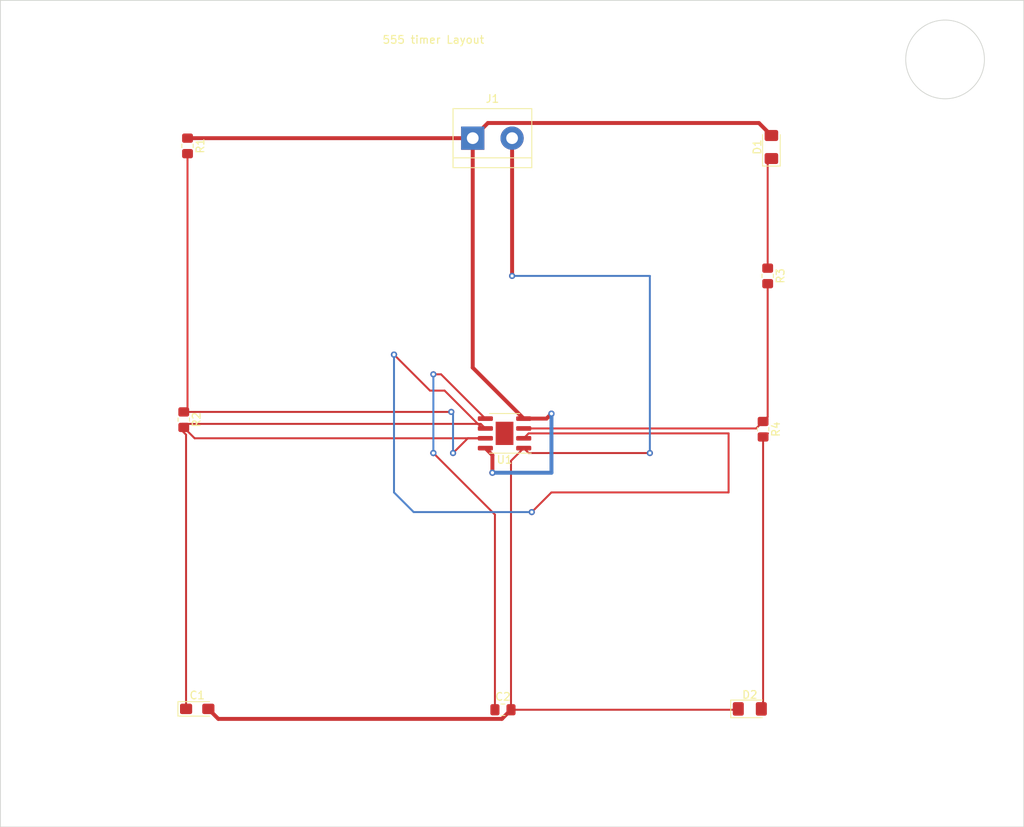
<source format=kicad_pcb>
(kicad_pcb (version 20211014) (generator pcbnew)
  (layers (0 "F.Cu" signal) (31 "B.Cu" signal) (34 "B.Paste" user) (35 "F.Paste" user) (36 "B.SilkS" user "B.Silkscreen") (37 "F.SilkS" user "F.Silkscreen") (38 "B.Mask" user) (39 "F.Mask" user) (44 "Edge.Cuts" user))
  (net 0 "")
  (net 1 "/pin_2")
  (net 2 "GND")
  (net 3 "Net-(C2-Pad1)")
  (net 4 "Net-(D1-Pad1)")
  (net 5 "+9V")
  (net 6 "Net-(D2-Pad2)")
  (net 7 "/pin_7")
  (net 8 "/pin_3")
  (footprint "Resistor_SMD:R_0805_2012Metric_Pad1.20x1.40mm_HandSolder" (layer "F.Cu") (at 175.225 58.42 -90)
    (fp_text reference "R3" (at 0 -1.65 90) (layer "F.SilkS"))
    (fp_text value "1 k")
    (fp_line (start -0.227064 0.735) (end 0.227064 0.735) (layer "F.SilkS") (width 0.12))
    (fp_line (start -0.227064 -0.735) (end 0.227064 -0.735) (layer "F.SilkS") (width 0.12))
    (pad "1" smd roundrect (at -1 0 270) (size 1.2 1.4) (layers "F.Cu" "F.Paste" "F.Mask") (roundrect_rratio 0.2083333333) (net 4 "Net-(D1-Pad1)"))
    (pad "2" smd roundrect (at 1 0 270) (size 1.2 1.4) (layers "F.Cu" "F.Paste" "F.Mask") (roundrect_rratio 0.2083333333) (net 8 "/pin_3"))
  )
  (footprint "Resistor_SMD:R_0805_2012Metric_Pad1.20x1.40mm_HandSolder" (layer "F.Cu") (at 100.35 41.64 -90)
    (fp_text reference "R1" (at 0 -1.65 90) (layer "F.SilkS"))
    (fp_text value "1 k")
    (fp_line (start -0.227064 0.735) (end 0.227064 0.735) (layer "F.SilkS") (width 0.12))
    (fp_line (start -0.227064 -0.735) (end 0.227064 -0.735) (layer "F.SilkS") (width 0.12))
    (pad "1" smd roundrect (at -1 0 270) (size 1.2 1.4) (layers "F.Cu" "F.Paste" "F.Mask") (roundrect_rratio 0.2083333333) (net 5 "+9V"))
    (pad "2" smd roundrect (at 1 0 270) (size 1.2 1.4) (layers "F.Cu" "F.Paste" "F.Mask") (roundrect_rratio 0.2083333333) (net 7 "/pin_7"))
  )
  (footprint "Resistor_SMD:R_0805_2012Metric_Pad1.20x1.40mm_HandSolder" (layer "F.Cu") (at 99.865 76.971192 -90)
    (fp_text reference "R2" (at 0 -1.65 90) (layer "F.SilkS"))
    (fp_text value "10 k")
    (fp_line (start -0.227064 0.735) (end 0.227064 0.735) (layer "F.SilkS") (width 0.12))
    (fp_line (start -0.227064 -0.735) (end 0.227064 -0.735) (layer "F.SilkS") (width 0.12))
    (pad "1" smd roundrect (at -1 0 270) (size 1.2 1.4) (layers "F.Cu" "F.Paste" "F.Mask") (roundrect_rratio 0.2083333333) (net 7 "/pin_7"))
    (pad "2" smd roundrect (at 1 0 270) (size 1.2 1.4) (layers "F.Cu" "F.Paste" "F.Mask") (roundrect_rratio 0.2083333333) (net 1 "/pin_2"))
  )
  (footprint "TerminalBlock:TerminalBlock_bornier-2_P5.08mm" (layer "F.Cu") (at 137.16 40.64)
    (fp_text reference "J1" (at 2.54 -5.08) (layer "F.SilkS"))
    (fp_text value "Conn_01x02_Male")
    (fp_line (start 7.62 2.54) (end -2.54 2.54) (layer "F.SilkS") (width 0.12))
    (fp_line (start -2.54 3.81) (end 7.62 3.81) (layer "F.SilkS") (width 0.12))
    (fp_line (start 7.62 3.81) (end 7.62 -3.81) (layer "F.SilkS") (width 0.12))
    (fp_line (start -2.54 -3.81) (end -2.54 3.81) (layer "F.SilkS") (width 0.12))
    (fp_line (start 7.62 -3.81) (end -2.54 -3.81) (layer "F.SilkS") (width 0.12))
    (pad "1" thru_hole rect (at 0 0) (size 3 3) (drill 1.52) (layers *.Cu *.Mask) (net 5 "+9V"))
    (pad "2" thru_hole circle (at 5.08 0) (size 3 3) (drill 1.52) (layers *.Cu *.Mask) (net 2 "GND"))
  )
  (footprint "Resistor_SMD:R_0805_2012Metric_Pad1.20x1.40mm_HandSolder" (layer "F.Cu") (at 174.635 78.204128 -90)
    (fp_text reference "R4" (at 0 -1.65 90) (layer "F.SilkS"))
    (fp_text value "1 k")
    (fp_line (start -0.227064 -0.735) (end 0.227064 -0.735) (layer "F.SilkS") (width 0.12))
    (fp_line (start -0.227064 0.735) (end 0.227064 0.735) (layer "F.SilkS") (width 0.12))
    (pad "1" smd roundrect (at -1 0 270) (size 1.2 1.4) (layers "F.Cu" "F.Paste" "F.Mask") (roundrect_rratio 0.2083333333) (net 8 "/pin_3"))
    (pad "2" smd roundrect (at 1 0 270) (size 1.2 1.4) (layers "F.Cu" "F.Paste" "F.Mask") (roundrect_rratio 0.2083333333) (net 6 "Net-(D2-Pad2)"))
  )
  (footprint "LED_SMD:LED_1206_3216Metric_Pad1.42x1.75mm_HandSolder" (layer "F.Cu") (at 175.7075 41.785 90)
    (fp_text reference "D1" (at 0 -1.82 90) (layer "F.SilkS"))
    (fp_text value "LED")
    (fp_line (start 1.6 -1.135) (end -2.46 -1.135) (layer "F.SilkS") (width 0.12))
    (fp_line (start -2.46 -1.135) (end -2.46 1.135) (layer "F.SilkS") (width 0.12))
    (fp_line (start -2.46 1.135) (end 1.6 1.135) (layer "F.SilkS") (width 0.12))
    (pad "1" smd roundrect (at -1.4875 0 90) (size 1.425 1.75) (layers "F.Cu" "F.Paste" "F.Mask") (roundrect_rratio 0.1754392982) (net 4 "Net-(D1-Pad1)"))
    (pad "2" smd roundrect (at 1.4875 0 90) (size 1.425 1.75) (layers "F.Cu" "F.Paste" "F.Mask") (roundrect_rratio 0.1754392982) (net 5 "+9V"))
  )
  (footprint "Capacitor_Tantalum_SMD:CP_EIA-3216-18_Kemet-A_Pad1.58x1.35mm_HandSolder" (layer "F.Cu") (at 101.6 114.3)
    (fp_text reference "C1" (at 0 -1.75) (layer "F.SilkS"))
    (fp_text value "10 µF")
    (fp_line (start -2.485 -0.935) (end -2.485 0.935) (layer "F.SilkS") (width 0.12))
    (fp_line (start 1.6 -0.935) (end -2.485 -0.935) (layer "F.SilkS") (width 0.12))
    (fp_line (start -2.485 0.935) (end 1.6 0.935) (layer "F.SilkS") (width 0.12))
    (pad "1" smd roundrect (at -1.4375 0) (size 1.575 1.35) (layers "F.Cu" "F.Paste" "F.Mask") (roundrect_rratio 0.1851851852) (net 1 "/pin_2"))
    (pad "2" smd roundrect (at 1.4375 0) (size 1.575 1.35) (layers "F.Cu" "F.Paste" "F.Mask") (roundrect_rratio 0.1851851852) (net 2 "GND"))
  )
  (footprint "LED_SMD:LED_1206_3216Metric_Pad1.42x1.75mm_HandSolder" (layer "F.Cu") (at 172.92 114.3)
    (fp_text reference "D2" (at 0 -1.82) (layer "F.SilkS"))
    (fp_text value "LED")
    (fp_line (start 1.6 -1.135) (end -2.46 -1.135) (layer "F.SilkS") (width 0.12))
    (fp_line (start -2.46 -1.135) (end -2.46 1.135) (layer "F.SilkS") (width 0.12))
    (fp_line (start -2.46 1.135) (end 1.6 1.135) (layer "F.SilkS") (width 0.12))
    (pad "1" smd roundrect (at -1.4875 0) (size 1.425 1.75) (layers "F.Cu" "F.Paste" "F.Mask") (roundrect_rratio 0.1754392982) (net 2 "GND"))
    (pad "2" smd roundrect (at 1.4875 0) (size 1.425 1.75) (layers "F.Cu" "F.Paste" "F.Mask") (roundrect_rratio 0.1754392982) (net 6 "Net-(D2-Pad2)"))
  )
  (footprint "Capacitor_SMD:C_0805_2012Metric_Pad1.18x1.45mm_HandSolder" (layer "F.Cu") (at 141.0625 114.41)
    (fp_text reference "C2" (at 0 -1.68) (layer "F.SilkS"))
    (fp_text value ".01 µF")
    (fp_line (start -0.261252 -0.735) (end 0.261252 -0.735) (layer "F.SilkS") (width 0.12))
    (fp_line (start -0.261252 0.735) (end 0.261252 0.735) (layer "F.SilkS") (width 0.12))
    (pad "1" smd roundrect (at -1.0375 0) (size 1.175 1.45) (layers "F.Cu" "F.Paste" "F.Mask") (roundrect_rratio 0.2127659574) (net 3 "Net-(C2-Pad1)"))
    (pad "2" smd roundrect (at 1.0375 0) (size 1.175 1.45) (layers "F.Cu" "F.Paste" "F.Mask") (roundrect_rratio 0.2127659574) (net 2 "GND"))
  )
  (footprint "Package_SO:SOIC-8-1EP_3.9x4.9mm_P1.27mm_EP2.29x3mm" (layer "F.Cu") (at 141.265 78.74 180)
    (fp_text reference "U1" (at 0 -3.4) (layer "F.SilkS"))
    (fp_text value "NE555D")
    (fp_line (start 0 2.56) (end 1.95 2.56) (layer "F.SilkS") (width 0.12))
    (fp_line (start 0 -2.56) (end 1.95 -2.56) (layer "F.SilkS") (width 0.12))
    (fp_line (start 0 2.56) (end -1.95 2.56) (layer "F.SilkS") (width 0.12))
    (fp_line (start 0 -2.56) (end -3.45 -2.56) (layer "F.SilkS") (width 0.12))
    (pad "1" smd roundrect (at -2.475 -1.905 180) (size 1.95 0.6) (layers "F.Cu" "F.Paste" "F.Mask") (net 2 "GND"))
    (pad "2" smd roundrect (at -2.475 -0.635 180) (size 1.95 0.6) (layers "F.Cu" "F.Paste" "F.Mask") (net 1 "/pin_2"))
    (pad "3" smd roundrect (at -2.475 0.635 180) (size 1.95 0.6) (layers "F.Cu" "F.Paste" "F.Mask") (net 8 "/pin_3"))
    (pad "4" smd roundrect (at -2.475 1.905 180) (size 1.95 0.6) (layers "F.Cu" "F.Paste" "F.Mask") (net 5 "+9V"))
    (pad "5" smd roundrect (at 2.475 1.905 180) (size 1.95 0.6) (layers "F.Cu" "F.Paste" "F.Mask") (net 3 "Net-(C2-Pad1)"))
    (pad "6" smd roundrect (at 2.475 0.635 180) (size 1.95 0.6) (layers "F.Cu" "F.Paste" "F.Mask") (net 1 "/pin_2"))
    (pad "7" smd roundrect (at 2.475 -0.635 180) (size 1.95 0.6) (layers "F.Cu" "F.Paste" "F.Mask") (net 7 "/pin_7"))
    (pad "8" smd roundrect (at 2.475 -1.905 180) (size 1.95 0.6) (layers "F.Cu" "F.Paste" "F.Mask") (net 5 "+9V"))
    (pad "9" smd rect (at 0 0 180) (size 2.29 3) (layers "F.Cu" "F.Mask"))
  )
  (gr_circle (center 198.12 30.48) (end 198.12 35.56) (layer "Edge.Cuts") (width 0.1) (fill none))
  (gr_rect (start 76.2 22.86) (end 208.28 129.54) (layer "Edge.Cuts") (width 0.1) (fill none))
  (gr_text "555 timer Layout" (at 132.08 27.94) (layer "F.SilkS") (effects (font (size 1 1))))
  (segment (start 100.1625 114.3) (end 100.1625 78.910744) (width 0.254) (layer "F.Cu") (net 1))
  (segment (start 133.526474 73.221054) (end 131.641054 73.221054) (width 0.254) (layer "F.Cu") (net 1))
  (segment (start 99.676948 77.517192) (end 138.202192 77.517192) (width 0.254) (layer "F.Cu") (net 1))
  (segment (start 138.79 78.105) (end 138.41042 78.105) (width 0.254) (layer "F.Cu") (net 1))
  (segment (start 99.411 78.159244) (end 99.411 77.78314) (width 0.254) (layer "F.Cu") (net 1))
  (segment (start 147.32 86.36) (end 170.18 86.36) (width 0.254) (layer "F.Cu") (net 1))
  (segment (start 99.411 77.78314) (end 99.676948 77.517192) (width 0.254) (layer "F.Cu") (net 1))
  (segment (start 138.202192 77.517192) (end 138.79 78.105) (width 0.254) (layer "F.Cu") (net 1))
  (segment (start 144.375 78.74) (end 143.74 79.375) (width 0.254) (layer "F.Cu") (net 1))
  (segment (start 170.18 78.74) (end 144.375 78.74) (width 0.254) (layer "F.Cu") (net 1))
  (segment (start 170.18 86.36) (end 170.18 78.74) (width 0.254) (layer "F.Cu") (net 1))
  (segment (start 138.41042 78.105) (end 133.526474 73.221054) (width 0.254) (layer "F.Cu") (net 1))
  (segment (start 144.78 88.9) (end 147.32 86.36) (width 0.254) (layer "F.Cu") (net 1))
  (segment (start 100.1625 78.910744) (end 99.411 78.159244) (width 0.254) (layer "F.Cu") (net 1))
  (segment (start 131.641054 73.221054) (end 127 68.58) (width 0.254) (layer "F.Cu") (net 1))
  (via (at 127 68.58) (size 0.8) (drill 0.4) (layers "F.Cu" "B.Cu") (net 1))
  (via (at 127 68.58) (size 0.8) (drill 0.4) (layers "F.Cu" "B.Cu") (net 1))
  (via (at 144.78 88.9) (size 0.8) (drill 0.4) (layers "F.Cu" "B.Cu") (net 1))
  (segment (start 127 68.58) (end 127 86.36) (width 0.254) (layer "B.Cu") (net 1))
  (segment (start 129.54 88.9) (end 144.78 88.9) (width 0.254) (layer "B.Cu") (net 1))
  (segment (start 127 86.36) (end 129.54 88.9) (width 0.254) (layer "B.Cu") (net 1))
  (segment (start 142.1 82.285) (end 143.74 80.645) (width 0.254) (layer "F.Cu") (net 2))
  (segment (start 142.24 40.64) (end 142.24 58.42) (width 0.508) (layer "F.Cu") (net 2))
  (segment (start 142.1 114.41) (end 142.1 82.285) (width 0.254) (layer "F.Cu") (net 2))
  (segment (start 103.0375 114.3) (end 104.3265 115.589) (width 0.508) (layer "F.Cu") (net 2))
  (segment (start 160.02 81.28) (end 144.375 81.28) (width 0.254) (layer "F.Cu") (net 2))
  (segment (start 142.1 114.41) (end 171.3225 114.41) (width 0.254) (layer "F.Cu") (net 2))
  (segment (start 171.3225 114.41) (end 171.4325 114.3) (width 0.254) (layer "F.Cu") (net 2))
  (segment (start 140.921 115.589) (end 142.1 114.41) (width 0.508) (layer "F.Cu") (net 2))
  (segment (start 144.375 81.28) (end 143.74 80.645) (width 0.254) (layer "F.Cu") (net 2))
  (segment (start 104.3265 115.589) (end 140.921 115.589) (width 0.508) (layer "F.Cu") (net 2))
  (via (at 142.24 58.42) (size 0.8) (drill 0.4) (layers "F.Cu" "B.Cu") (net 2))
  (via (at 160.02 81.28) (size 0.8) (drill 0.4) (layers "F.Cu" "B.Cu") (net 2))
  (segment (start 142.24 58.42) (end 160.02 58.42) (width 0.254) (layer "B.Cu") (net 2))
  (segment (start 160.02 58.42) (end 160.02 81.28) (width 0.254) (layer "B.Cu") (net 2))
  (segment (start 133.075 71.12) (end 138.79 76.835) (width 0.254) (layer "F.Cu") (net 3))
  (segment (start 132.08 71.12) (end 133.075 71.12) (width 0.254) (layer "F.Cu") (net 3))
  (segment (start 140.025 89.225) (end 132.08 81.28) (width 0.254) (layer "F.Cu") (net 3))
  (segment (start 140.025 114.41) (end 140.025 89.225) (width 0.254) (layer "F.Cu") (net 3))
  (via (at 132.08 81.28) (size 0.8) (drill 0.4) (layers "F.Cu" "B.Cu") (net 3))
  (via (at 132.08 81.28) (size 0.8) (drill 0.4) (layers "F.Cu" "B.Cu") (net 3))
  (via (at 132.08 71.12) (size 0.8) (drill 0.4) (layers "F.Cu" "B.Cu") (net 3))
  (segment (start 132.08 81.28) (end 132.08 71.12) (width 0.254) (layer "B.Cu") (net 3))
  (segment (start 175.225 43.755) (end 175.7075 43.2725) (width 0.25) (layer "F.Cu") (net 4))
  (segment (start 175.225 57.42) (end 175.225 43.755) (width 0.25) (layer "F.Cu") (net 4))
  (segment (start 139.7 81.555) (end 138.79 80.645) (width 0.508) (layer "F.Cu") (net 5))
  (segment (start 175.7075 40.2975) (end 174.096 38.686) (width 0.508) (layer "F.Cu") (net 5))
  (segment (start 174.096 38.686) (end 139.114 38.686) (width 0.508) (layer "F.Cu") (net 5))
  (segment (start 146.685 76.835) (end 147.32 76.2) (width 0.508) (layer "F.Cu") (net 5))
  (segment (start 137.16 70.255) (end 143.74 76.835) (width 0.508) (layer "F.Cu") (net 5))
  (segment (start 100.35 40.64) (end 137.16 40.64) (width 0.508) (layer "F.Cu") (net 5))
  (segment (start 137.16 40.64) (end 137.16 70.255) (width 0.508) (layer "F.Cu") (net 5))
  (segment (start 139.7 83.82) (end 139.7 81.555) (width 0.508) (layer "F.Cu") (net 5))
  (segment (start 139.114 38.686) (end 137.16 40.64) (width 0.508) (layer "F.Cu") (net 5))
  (segment (start 143.74 76.835) (end 146.685 76.835) (width 0.508) (layer "F.Cu") (net 5))
  (via (at 139.7 83.82) (size 0.8) (drill 0.4) (layers "F.Cu" "B.Cu") (net 5))
  (via (at 147.32 76.2) (size 0.8) (drill 0.4) (layers "F.Cu" "B.Cu") (net 5))
  (via (at 147.32 76.2) (size 0.8) (drill 0.4) (layers "F.Cu" "B.Cu") (net 5))
  (via (at 139.7 83.82) (size 0.8) (drill 0.4) (layers "F.Cu" "B.Cu") (net 5))
  (segment (start 147.32 76.2) (end 147.32 83.82) (width 0.508) (layer "B.Cu") (net 5))
  (segment (start 147.32 83.82) (end 139.7 83.82) (width 0.508) (layer "B.Cu") (net 5))
  (segment (start 174.795872 79.204128) (end 175.26 78.74) (width 0.254) (layer "F.Cu") (net 6))
  (segment (start 174.635 114.0725) (end 174.635 79.204128) (width 0.254) (layer "F.Cu") (net 6))
  (segment (start 174.4075 114.3) (end 174.635 114.0725) (width 0.254) (layer "F.Cu") (net 6))
  (segment (start 174.635 79.204128) (end 174.795872 79.204128) (width 0.254) (layer "F.Cu") (net 6))
  (segment (start 134.62 81.28) (end 136.525 79.375) (width 0.254) (layer "F.Cu") (net 7))
  (segment (start 136.525 79.375) (end 138.79 79.375) (width 0.254) (layer "F.Cu") (net 7))
  (segment (start 99.865 77.971192) (end 101.268808 79.375) (width 0.254) (layer "F.Cu") (net 7))
  (segment (start 99.865 75.971192) (end 134.391192 75.971192) (width 0.254) (layer "F.Cu") (net 7))
  (segment (start 99.865 75.971192) (end 100.35 75.486192) (width 0.254) (layer "F.Cu") (net 7))
  (segment (start 100.35 75.486192) (end 100.35 42.64) (width 0.254) (layer "F.Cu") (net 7))
  (segment (start 101.268808 79.375) (end 138.79 79.375) (width 0.254) (layer "F.Cu") (net 7))
  (via (at 134.391192 75.971192) (size 0.8) (drill 0.4) (layers "F.Cu" "B.Cu") (net 7))
  (via (at 134.62 81.28) (size 0.8) (drill 0.4) (layers "F.Cu" "B.Cu") (net 7))
  (segment (start 134.391192 75.971192) (end 134.62 76.2) (width 0.254) (layer "B.Cu") (net 7))
  (segment (start 134.62 76.2) (end 134.62 81.28) (width 0.254) (layer "B.Cu") (net 7))
  (segment (start 173.734128 78.105) (end 143.74 78.105) (width 0.254) (layer "F.Cu") (net 8))
  (segment (start 174.635 77.204128) (end 175.225 76.614128) (width 0.254) (layer "F.Cu") (net 8))
  (segment (start 174.635 77.204128) (end 173.734128 78.105) (width 0.254) (layer "F.Cu") (net 8))
  (segment (start 175.225 76.614128) (end 175.225 59.42) (width 0.254) (layer "F.Cu") (net 8))
)
</source>
